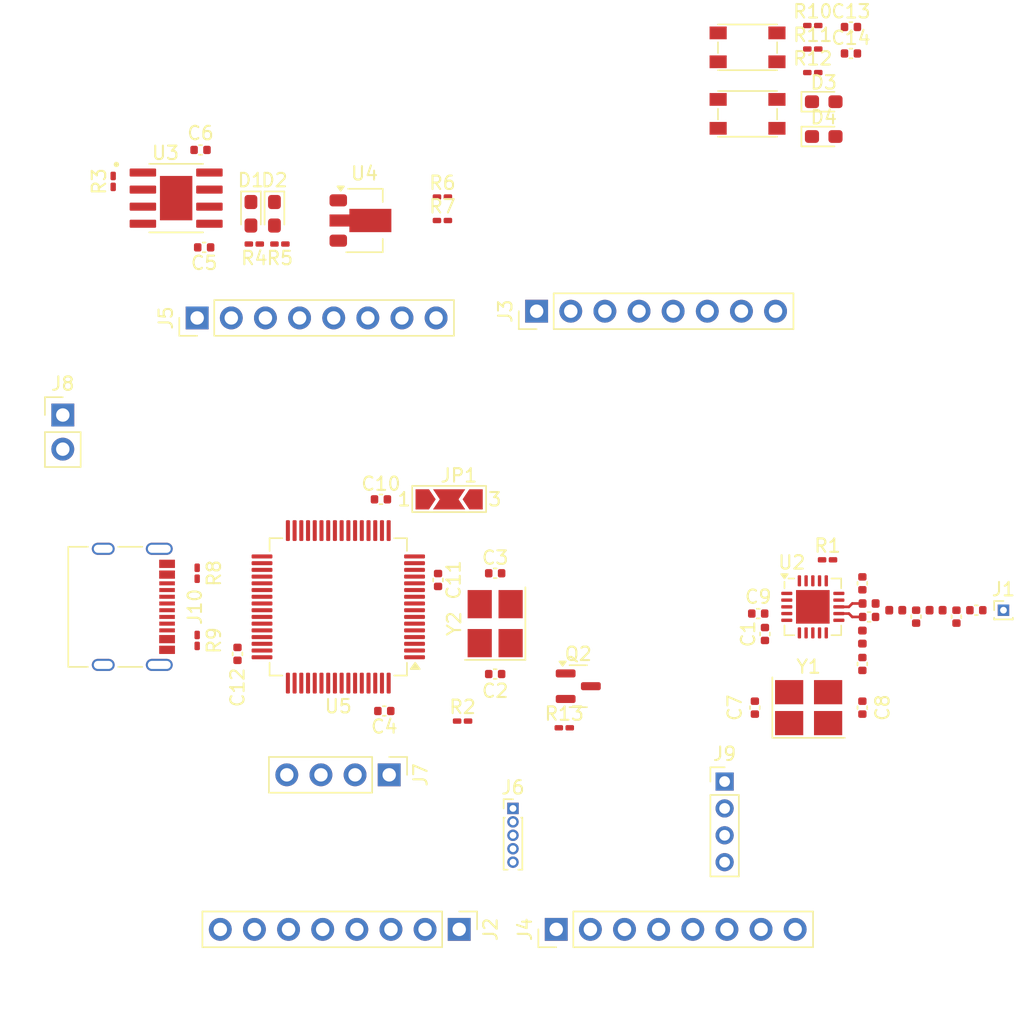
<source format=kicad_pcb>
(kicad_pcb (version 20240108) (generator "pcbnew") (generator_version "8.0")
  (layers (0 "F.Cu" signal) (31 "B.Cu" signal) (34 "B.Paste" user) (35 "F.Paste" user) (36 "B.SilkS" user "B.Silkscreen") (37 "F.SilkS" user "F.Silkscreen") (38 "B.Mask" user) (39 "F.Mask" user) (44 "Edge.Cuts" user))
  (net 0 "")
  (net 1 "Net-(U2-DCOUPL)")
  (net 2 "GND")
  (net 3 "Net-(U5-PH0)")
  (net 4 "Net-(U5-PH1)")
  (net 5 "VCC")
  (net 6 "/charger/BAT")
  (net 7 "/charger/Vcc")
  (net 8 "Net-(U2-XOSC_Q1)")
  (net 9 "Net-(U2-XOSC_Q2)")
  (net 10 "Net-(U2-RF_P)")
  (net 11 "Net-(C121-Pad2)")
  (net 12 "Net-(C122-Pad1)")
  (net 13 "Net-(C123-Pad1)")
  (net 14 "Net-(C124-Pad2)")
  (net 15 "Net-(J1-Pin_1)")
  (net 16 "Net-(U2-RF_N)")
  (net 17 "Net-(D1-A)")
  (net 18 "Net-(D1-K)")
  (net 19 "Net-(D2-K)")
  (net 20 "Net-(D2-A)")
  (net 21 "Net-(J2-Pin_8)")
  (net 22 "Net-(J2-Pin_7)")
  (net 23 "Net-(J2-Pin_1)")
  (net 24 "Net-(J2-Pin_6)")
  (net 25 "Net-(J2-Pin_2)")
  (net 26 "Net-(J2-Pin_5)")
  (net 27 "Net-(J2-Pin_4)")
  (net 28 "Net-(J2-Pin_3)")
  (net 29 "Net-(J3-Pin_3)")
  (net 30 "Net-(J3-Pin_6)")
  (net 31 "Net-(J3-Pin_1)")
  (net 32 "Net-(J3-Pin_5)")
  (net 33 "Net-(J3-Pin_4)")
  (net 34 "Net-(J3-Pin_2)")
  (net 35 "Net-(J4-Pin_7)")
  (net 36 "Net-(J4-Pin_3)")
  (net 37 "Net-(J4-Pin_8)")
  (net 38 "Net-(J4-Pin_5)")
  (net 41 "Net-(J4-Pin_4)")
  (net 42 "Net-(J4-Pin_6)")
  (net 43 "Net-(J5-Pin_6)")
  (net 44 "Net-(J5-Pin_8)")
  (net 45 "Net-(J5-Pin_5)")
  (net 46 "Net-(J5-Pin_1)")
  (net 47 "Net-(J5-Pin_7)")
  (net 48 "Net-(J5-Pin_4)")
  (net 49 "Net-(J5-Pin_2)")
  (net 50 "Net-(J5-Pin_3)")
  (net 51 "Net-(J6-Pin_5)")
  (net 52 "/RX2")
  (net 54 "/TX2")
  (net 57 "/USB_DP")
  (net 58 "Net-(J10-CC1)")
  (net 59 "/USB_DM")
  (net 62 "Net-(J10-CC2)")
  (net 63 "Net-(JP1-B)")
  (net 64 "/CS")
  (net 65 "Net-(U3-PROG)")
  (net 66 "/BAT_V")
  (net 67 "/GDO0")
  (net 68 "Net-(U5-BOOT0)")
  (net 69 "/USR_BTN")
  (net 70 "Net-(D3-A)")
  (net 71 "/SCK")
  (net 72 "/I2C1_SDA")
  (net 73 "/I2C1_SCL")
  (net 75 "/GDO2")
  (net 77 "Net-(D4-A)")
  (net 78 "/MOSI")
  (net 79 "/MISO")
  (net 82 "Net-(U2-RBIAS)")
  (net 83 "/SWCLK")
  (net 84 "/SWDIO")
  (net 85 "/LED1")
  (net 86 "/LED2")
  (net 87 "Net-(Q2-G)")
  (footprint "Capacitor_SMD:C_0402_1005Metric" (layer "F.Cu") (at 106.02 46.25 180)
    (property "Reference" "C5" (at 0 -1.16 0) (layer "F.SilkS"))
    (property "Value" "10nF")
    (pad "1" smd roundrect (at -0.48 0 180) (size 0.56 0.62) (layers "F.Cu" "F.Paste" "F.Mask") (net 6 "/charger/BAT"))
    (pad "2" smd roundrect (at 0.48 0 180) (size 0.56 0.62) (layers "F.Cu" "F.Paste" "F.Mask") (net 2 "GND"))
  )
  (footprint "Capacitor_SMD:C_0402_1005Metric" (layer "F.Cu") (at 105.75 39 180)
    (property "Reference" "C6" (at 0 1.25 0) (layer "F.SilkS"))
    (property "Value" "10nF")
    (pad "1" smd roundrect (at -0.48 0 180) (size 0.56 0.62) (layers "F.Cu" "F.Paste" "F.Mask") (net 7 "/charger/Vcc"))
    (pad "2" smd roundrect (at 0.48 0 180) (size 0.56 0.62) (layers "F.Cu" "F.Paste" "F.Mask") (net 2 "GND"))
  )
  (footprint "Capacitor_SMD:C_0402_1005Metric" (layer "F.Cu") (at 119.425 80.75 180)
    (property "Reference" "C4" (at 0 -1.16 0) (layer "F.SilkS"))
    (property "Value" "10nF")
    (pad "1" smd roundrect (at -0.48 0 180) (size 0.56 0.62) (layers "F.Cu" "F.Paste" "F.Mask") (net 5 "VCC"))
    (pad "2" smd roundrect (at 0.48 0 180) (size 0.56 0.62) (layers "F.Cu" "F.Paste" "F.Mask") (net 2 "GND"))
  )
  (footprint "Resistor_SMD:R_0201_0603Metric_Pad0.64x0.40mm_HandSolder" (layer "F.Cu") (at 125.25 81.5)
    (property "Reference" "R2" (at 0 -1.05 0) (layer "F.SilkS"))
    (property "Value" "220")
    (pad "1" smd roundrect (at -0.4075 0) (size 0.635 0.4) (layers "F.Cu" "F.Mask") (net 87 "Net-(Q2-G)"))
    (pad "2" smd roundrect (at 0.4075 0) (size 0.635 0.4) (layers "F.Cu" "F.Mask") (net 52 "/RX2"))
  )
  (footprint "Connector_PinHeader_2.00mm:PinHeader_1x04_P2.00mm_Vertical" (layer "F.Cu") (at 144.75 86)
    (property "Reference" "J9" (at 0 -2.06 0) (layer "F.SilkS"))
    (property "Value" "Conn_01x04_Pin")
    (pad "1" thru_hole rect (at 0 0) (size 1.35 1.35) (drill 0.8) (layers "*.Cu" "*.Mask") (net 51 "Net-(J6-Pin_5)"))
    (pad "2" thru_hole oval (at 0 2) (size 1.35 1.35) (drill 0.8) (layers "*.Cu" "*.Mask"))
    (pad "3" thru_hole oval (at 0 4) (size 1.35 1.35) (drill 0.8) (layers "*.Cu" "*.Mask"))
    (pad "4" thru_hole oval (at 0 6) (size 1.35 1.35) (drill 0.8) (layers "*.Cu" "*.Mask") (net 2 "GND"))
  )
  (footprint "LED_SMD:LED_0603_1608Metric_Pad1.05x0.95mm_HandSolder" (layer "F.Cu") (at 111.25 43.75 -90)
    (property "Reference" "D2" (at -2.5 0 0) (layer "F.SilkS"))
    (property "Value" "LED")
    (pad "1" smd roundrect (at -0.875 0 270) (size 1.05 0.95) (layers "F.Cu" "F.Paste" "F.Mask") (net 19 "Net-(D2-K)"))
    (pad "2" smd roundrect (at 0.875 0 270) (size 1.05 0.95) (layers "F.Cu" "F.Paste" "F.Mask") (net 20 "Net-(D2-A)"))
  )
  (footprint "Capacitor_SMD:C_0201_0603Metric_Pad0.64x0.40mm_HandSolder" (layer "F.Cu") (at 151.31 29.74)
    (property "Reference" "R10" (at 0 -1.05 0) (layer "F.SilkS"))
    (property "Value" "56k")
    (pad "1" smd roundrect (at -0.4075 0) (size 0.635 0.4) (layers "F.Cu" "F.Mask") (net 5 "VCC"))
    (pad "2" smd roundrect (at 0.4075 0) (size 0.635 0.4) (layers "F.Cu" "F.Mask") (net 69 "/USR_BTN"))
  )
  (footprint "LED_SMD:LED_0603_1608Metric_Pad1.05x0.95mm_HandSolder" (layer "F.Cu") (at 152.125 35.41)
    (property "Reference" "D3" (at 0 -1.43 0) (layer "F.SilkS"))
    (property "Value" "LED")
    (pad "1" smd roundrect (at -0.875 0) (size 1.05 0.95) (layers "F.Cu" "F.Paste" "F.Mask") (net 2 "GND"))
    (pad "2" smd roundrect (at 0.875 0) (size 1.05 0.95) (layers "F.Cu" "F.Paste" "F.Mask") (net 70 "Net-(D3-A)"))
  )
  (footprint "Capacitor_SMD:C_0402_1005Metric" (layer "F.Cu") (at 163.48 73.25)
    (property "Reference" "C125" (hide yes))
    (property "Value" "220pF")
    (pad "1" smd roundrect (at -0.48 0) (size 0.56 0.62) (layers "F.Cu" "F.Paste" "F.Mask") (net 13 "Net-(C123-Pad1)"))
    (pad "2" smd roundrect (at 0.48 0) (size 0.56 0.62) (layers "F.Cu" "F.Paste" "F.Mask") (net 15 "Net-(J1-Pin_1)"))
  )
  (footprint "Connector_PinHeader_2.54mm:PinHeader_1x04_P2.54mm_Vertical" (layer "F.Cu") (at 119.79 85.5 -90)
    (property "Reference" "J7" (at 0 -2.33 90) (layer "F.SilkS"))
    (property "Value" "Conn_01x04_Pin")
    (pad "1" thru_hole rect (at 0 0 270) (size 1.7 1.7) (drill 1) (layers "*.Cu" "*.Mask") (net 2 "GND"))
    (pad "2" thru_hole oval (at 0 2.54 270) (size 1.7 1.7) (drill 1) (layers "*.Cu" "*.Mask") (net 83 "/SWCLK"))
    (pad "3" thru_hole oval (at 0 5.08 270) (size 1.7 1.7) (drill 1) (layers "*.Cu" "*.Mask") (net 84 "/SWDIO"))
    (pad "4" thru_hole oval (at 0 7.62 270) (size 1.7 1.7) (drill 1) (layers "*.Cu" "*.Mask") (net 5 "VCC"))
  )
  (footprint "Capacitor_SMD:C_0402_1005Metric" (layer "F.Cu") (at 108.5 76.5 90)
    (property "Reference" "C12" (at -2.5 0 90) (layer "F.SilkS"))
    (property "Value" "10nF")
    (pad "1" smd roundrect (at -0.48 0 90) (size 0.56 0.62) (layers "F.Cu" "F.Paste" "F.Mask") (net 5 "VCC"))
    (pad "2" smd roundrect (at 0.48 0 90) (size 0.56 0.62) (layers "F.Cu" "F.Paste" "F.Mask") (net 2 "GND"))
  )
  (footprint "Connector_PinHeader_2.54mm:PinHeader_1x08_P2.54mm_Vertical" (layer "F.Cu") (at 105.5 51.5 90)
    (property "Reference" "J5" (at 0 -2.33 90) (layer "F.SilkS"))
    (property "Value" "Conn_01x08_Pin")
    (pad "1" thru_hole rect (at 0 0 90) (size 1.7 1.7) (drill 1) (layers "*.Cu" "*.Mask") (net 46 "Net-(J5-Pin_1)"))
    (pad "2" thru_hole oval (at 0 2.54 90) (size 1.7 1.7) (drill 1) (layers "*.Cu" "*.Mask") (net 49 "Net-(J5-Pin_2)"))
    (pad "3" thru_hole oval (at 0 5.08 90) (size 1.7 1.7) (drill 1) (layers "*.Cu" "*.Mask") (net 50 "Net-(J5-Pin_3)"))
    (pad "4" thru_hole oval (at 0 7.62 90) (size 1.7 1.7) (drill 1) (layers "*.Cu" "*.Mask") (net 48 "Net-(J5-Pin_4)"))
    (pad "5" thru_hole oval (at 0 10.16 90) (size 1.7 1.7) (drill 1) (layers "*.Cu" "*.Mask") (net 45 "Net-(J5-Pin_5)"))
    (pad "6" thru_hole oval (at 0 12.7 90) (size 1.7 1.7) (drill 1) (layers "*.Cu" "*.Mask") (net 43 "Net-(J5-Pin_6)"))
    (pad "7" thru_hole oval (at 0 15.24 90) (size 1.7 1.7) (drill 1) (layers "*.Cu" "*.Mask") (net 47 "Net-(J5-Pin_7)"))
    (pad "8" thru_hole oval (at 0 17.78 90) (size 1.7 1.7) (drill 1) (layers "*.Cu" "*.Mask") (net 44 "Net-(J5-Pin_8)"))
  )
  (footprint "custom:SOP127P600X175-9N" (layer "F.Cu") (at 103.935 42.585)
    (property "Reference" "U3" (at -0.795 -3.362 0) (layer "F.SilkS"))
    (property "Value" "TP4056")
    (pad "1" smd roundrect (at -2.475 -1.905) (size 1.97 0.6) (layers "F.Cu" "F.Paste" "F.Mask") (roundrect_rratio 0.125) (net 2 "GND"))
    (pad "2" smd roundrect (at -2.475 -0.635) (size 1.97 0.6) (layers "F.Cu" "F.Paste" "F.Mask") (roundrect_rratio 0.125) (net 65 "Net-(U3-PROG)"))
    (pad "3" smd roundrect (at -2.475 0.635) (size 1.97 0.6) (layers "F.Cu" "F.Paste" "F.Mask") (roundrect_rratio 0.125) (net 2 "GND"))
    (pad "4" smd roundrect (at -2.475 1.905) (size 1.97 0.6) (layers "F.Cu" "F.Paste" "F.Mask") (roundrect_rratio 0.125) (net 7 "/charger/Vcc"))
    (pad "5" smd roundrect (at 2.475 1.905) (size 1.97 0.6) (layers "F.Cu" "F.Paste" "F.Mask") (roundrect_rratio 0.125) (net 6 "/charger/BAT"))
    (pad "6" smd roundrect (at 2.475 0.635) (size 1.97 0.6) (layers "F.Cu" "F.Paste" "F.Mask") (roundrect_rratio 0.125) (net 18 "Net-(D1-K)"))
    (pad "7" smd roundrect (at 2.475 -0.635) (size 1.97 0.6) (layers "F.Cu" "F.Paste" "F.Mask") (roundrect_rratio 0.125) (net 19 "Net-(D2-K)"))
    (pad "8" smd roundrect (at 2.475 -1.905) (size 1.97 0.6) (layers "F.Cu" "F.Paste" "F.Mask") (roundrect_rratio 0.125) (net 7 "/charger/Vcc"))
    (pad "9" smd rect (at 0 0) (size 2.413 3.302) (layers "F.Cu" "F.Mask") (net 2 "GND"))
  )
  (footprint "Connector_PinHeader_1.00mm:PinHeader_1x05_P1.00mm_Vertical" (layer "F.Cu") (at 129 88)
    (property "Reference" "J6" (at 0 -1.56 0) (layer "F.SilkS"))
    (property "Value" "Conn_01x05_Pin")
    (pad "1" thru_hole rect (at 0 0) (size 0.85 0.85) (drill 0.5) (layers "*.Cu" "*.Mask"))
    (pad "2" thru_hole oval (at 0 1) (size 0.85 0.85) (drill 0.5) (layers "*.Cu" "*.Mask") (net 52 "/RX2"))
    (pad "3" thru_hole oval (at 0 2) (size 0.85 0.85) (drill 0.5) (layers "*.Cu" "*.Mask") (net 54 "/TX2"))
    (pad "4" thru_hole oval (at 0 3) (size 0.85 0.85) (drill 0.5) (layers "*.Cu" "*.Mask") (net 2 "GND"))
    (pad "5" thru_hole oval (at 0 4) (size 0.85 0.85) (drill 0.5) (layers "*.Cu" "*.Mask") (net 51 "Net-(J6-Pin_5)"))
  )
  (footprint "LED_SMD:LED_0603_1608Metric_Pad1.05x0.95mm_HandSolder" (layer "F.Cu") (at 109.5 43.75 -90)
    (property "Reference" "D1" (at -2.5 0 0) (layer "F.SilkS"))
    (property "Value" "LED")
    (pad "1" smd roundrect (at -0.875 0 270) (size 1.05 0.95) (layers "F.Cu" "F.Paste" "F.Mask") (net 18 "Net-(D1-K)"))
    (pad "2" smd roundrect (at 0.875 0 270) (size 1.05 0.95) (layers "F.Cu" "F.Paste" "F.Mask") (net 17 "Net-(D1-A)"))
  )
  (footprint "Capacitor_SMD:C_0402_1005Metric" (layer "F.Cu") (at 127.675 70.5)
    (property "Reference" "C3" (at 0 -1.16 0) (layer "F.SilkS"))
    (property "Value" "32pF")
    (pad "1" smd roundrect (at -0.48 0) (size 0.56 0.62) (layers "F.Cu" "F.Paste" "F.Mask") (net 4 "Net-(U5-PH1)"))
    (pad "2" smd roundrect (at 0.48 0) (size 0.56 0.62) (layers "F.Cu" "F.Paste" "F.Mask") (net 2 "GND"))
  )
  (footprint "Capacitor_SMD:C_0402_1005Metric" (layer "F.Cu") (at 155 71.25 90)
    (property "Reference" "C131" (hide yes))
    (property "Value" "3.9pF")
    (pad "1" smd roundrect (at -0.48 0 90) (size 0.56 0.62) (layers "F.Cu" "F.Paste" "F.Mask") (net 16 "Net-(U2-RF_N)"))
    (pad "2" smd roundrect (at 0.48 0 90) (size 0.56 0.62) (layers "F.Cu" "F.Paste" "F.Mask") (net 2 "GND"))
  )
  (footprint "Package_TO_SOT_SMD:SOT-23" (layer "F.Cu") (at 133.8575 78.905)
    (property "Reference" "Q2" (at 0 -2.4 0) (layer "F.SilkS"))
    (property "Value" "AO3401A")
    (pad "1" smd roundrect (at -0.9375 -0.95) (size 1.475 0.6) (layers "F.Cu" "F.Paste" "F.Mask") (net 87 "Net-(Q2-G)"))
    (pad "2" smd roundrect (at -0.9375 0.95) (size 1.475 0.6) (layers "F.Cu" "F.Paste" "F.Mask") (net 5 "VCC"))
    (pad "3" smd roundrect (at 0.9375 0) (size 1.475 0.6) (layers "F.Cu" "F.Paste" "F.Mask") (net 51 "Net-(J6-Pin_5)"))
  )
  (footprint "Inductor_SMD:L_0402_1005Metric" (layer "F.Cu") (at 157.485 73.25)
    (property "Reference" "L122" (hide yes))
    (property "Value" "22nH")
    (pad "1" smd roundrect (at -0.485 0) (size 0.59 0.64) (layers "F.Cu" "F.Paste" "F.Mask") (net 11 "Net-(C121-Pad2)"))
    (pad "2" smd roundrect (at 0.485 0) (size 0.59 0.64) (layers "F.Cu" "F.Paste" "F.Mask") (net 12 "Net-(C122-Pad1)"))
  )
  (footprint "Resistor_SMD:R_0201_0603Metric_Pad0.64x0.40mm_HandSolder" (layer "F.Cu") (at 123.75 44.25)
    (property "Reference" "R7" (at 0 -1.05 0) (layer "F.SilkS"))
    (property "Value" "10k")
    (pad "1" smd roundrect (at -0.4075 0) (size 0.635 0.4) (layers "F.Cu" "F.Mask") (net 66 "/BAT_V"))
    (pad "2" smd roundrect (at 0.4075 0) (size 0.635 0.4) (layers "F.Cu" "F.Mask") (net 2 "GND"))
  )
  (footprint "Resistor_SMD:R_0201_0603Metric_Pad0.64x0.40mm_HandSolder" (layer "F.Cu") (at 105.5 75.5 -90)
    (property "Reference" "R9" (at 0 -1.25 90) (layer "F.SilkS"))
    (property "Value" "5.1k")
    (pad "1" smd roundrect (at -0.4075 0 270) (size 0.635 0.4) (layers "F.Cu" "F.Mask") (net 62 "Net-(J10-CC2)"))
    (pad "2" smd roundrect (at 0.4075 0 270) (size 0.635 0.4) (layers "F.Cu" "F.Mask") (net 2 "GND"))
  )
  (footprint "Capacitor_SMD:C_0402_1005Metric" (layer "F.Cu") (at 119.175 65)
    (property "Reference" "C10" (at 0 -1.16 0) (layer "F.SilkS"))
    (property "Value" "10nF")
    (pad "1" smd roundrect (at -0.48 0) (size 0.56 0.62) (layers "F.Cu" "F.Paste" "F.Mask") (net 5 "VCC"))
    (pad "2" smd roundrect (at 0.48 0) (size 0.56 0.62) (layers "F.Cu" "F.Paste" "F.Mask") (net 2 "GND"))
  )
  (footprint "Connector_PinHeader_2.54mm:PinHeader_1x08_P2.54mm_Vertical" (layer "F.Cu") (at 132.22 97 90)
    (property "Reference" "J4" (at 0 -2.33 90) (layer "F.SilkS"))
    (property "Value" "Conn_01x08_Pin")
    (pad "1" thru_hole rect (at 0 0 90) (size 1.7 1.7) (drill 1) (layers "*.Cu" "*.Mask"))
    (pad "2" thru_hole oval (at 0 2.54 90) (size 1.7 1.7) (drill 1) (layers "*.Cu" "*.Mask"))
    (pad "3" thru_hole oval (at 0 5.08 90) (size 1.7 1.7) (drill 1) (layers "*.Cu" "*.Mask") (net 36 "Net-(J4-Pin_3)"))
    (pad "4" thru_hole oval (at 0 7.62 90) (size 1.7 1.7) (drill 1) (layers "*.Cu" "*.Mask") (net 41 "Net-(J4-Pin_4)"))
    (pad "5" thru_hole oval (at 0 10.16 90) (size 1.7 1.7) (drill 1) (layers "*.Cu" "*.Mask") (net 38 "Net-(J4-Pin_5)"))
    (pad "6" thru_hole oval (at 0 12.7 90) (size 1.7 1.7) (drill 1) (layers "*.Cu" "*.Mask") (net 42 "Net-(J4-Pin_6)"))
    (pad "7" thru_hole oval (at 0 15.24 90) (size 1.7 1.7) (drill 1) (layers "*.Cu" "*.Mask") (net 35 "Net-(J4-Pin_7)"))
    (pad "8" thru_hole oval (at 0 17.78 90) (size 1.7 1.7) (drill 1) (layers "*.Cu" "*.Mask") (net 37 "Net-(J4-Pin_8)"))
  )
  (footprint "Capacitor_SMD:C_0402_1005Metric" (layer "F.Cu") (at 147.75 75.02 -90)
    (property "Reference" "C1" (at 0 1.25 90) (layer "F.SilkS"))
    (property "Value" "10nF")
    (pad "1" smd roundrect (at -0.48 0 270) (size 0.56 0.62) (layers "F.Cu" "F.Paste" "F.Mask") (net 1 "Net-(U2-DCOUPL)"))
    (pad "2" smd roundrect (at 0.48 0 270) (size 0.56 0.62) (layers "F.Cu" "F.Paste" "F.Mask") (net 2 "GND"))
  )
  (footprint "Resistor_SMD:R_0201_0603Metric_Pad0.64x0.40mm_HandSolder" (layer "F.Cu") (at 151.31 33.24)
    (property "Reference" "R12" (at 0 -1.05 0) (layer "F.SilkS"))
    (property "Value" "220")
    (pad "1" smd roundrect (at -0.4075 0) (size 0.635 0.4) (layers "F.Cu" "F.Mask") (net 86 "/LED2"))
    (pad "2" smd roundrect (at 0.4075 0) (size 0.635 0.4) (layers "F.Cu" "F.Mask") (net 77 "Net-(D4-A)"))
  )
  (footprint "Resistor_SMD:R_0201_0603Metric_Pad0.64x0.40mm_HandSolder" (layer "F.Cu") (at 111.6575 46 180)
    (property "Reference" "R5" (at 0 -1.05 0) (layer "F.SilkS"))
    (property "Value" "220")
    (pad "1" smd roundrect (at -0.4075 0 180) (size 0.635 0.4) (layers "F.Cu" "F.Mask") (net 7 "/charger/Vcc"))
    (pad "2" smd roundrect (at 0.4075 0 180) (size 0.635 0.4) (layers "F.Cu" "F.Mask") (net 20 "Net-(D2-A)"))
  )
  (footprint "Inductor_SMD:L_0402_1005Metric" (layer "F.Cu") (at 160.485 73.25)
    (property "Reference" "L123" (hide yes))
    (property "Value" "27nH")
    (pad "1" smd roundrect (at -0.485 0) (size 0.59 0.64) (layers "F.Cu" "F.Paste" "F.Mask") (net 12 "Net-(C122-Pad1)"))
    (pad "2" smd roundrect (at 0.485 0) (size 0.59 0.64) (layers "F.Cu" "F.Paste" "F.Mask") (net 13 "Net-(C123-Pad1)"))
  )
  (footprint "Resistor_SMD:R_0201_0603Metric_Pad0.64x0.40mm_HandSolder" (layer "F.Cu") (at 132.8175 82)
    (property "Reference" "R13" (at 0 -1.05 0) (layer "F.SilkS"))
    (property "Value" "1k")
    (pad "1" smd roundrect (at -0.4075 0) (size 0.635 0.4) (layers "F.Cu" "F.Mask") (net 87 "Net-(Q2-G)"))
    (pad "2" smd roundrect (at 0.4075 0) (size 0.635 0.4) (layers "F.Cu" "F.Mask") (net 5 "VCC"))
  )
  (footprint "Resistor_SMD:R_0201_0603Metric_Pad0.64x0.40mm_HandSolder" (layer "F.Cu") (at 109.75 46 180)
    (property "Reference" "R4" (at 0 -1.05 0) (layer "F.SilkS"))
    (property "Value" "220")
    (pad "1" smd roundrect (at -0.4075 0 180) (size 0.635 0.4) (layers "F.Cu" "F.Mask") (net 7 "/charger/Vcc"))
    (pad "2" smd roundrect (at 0.4075 0 180) (size 0.635 0.4) (layers "F.Cu" "F.Mask") (net 17 "Net-(D1-A)"))
  )
  (footprint "Capacitor_SMD:C_0402_1005Metric" (layer "F.Cu") (at 159 73.73 -90)
    (property "Reference" "C122" (hide yes))
    (property "Value" "8.2pF")
    (pad "1" smd roundrect (at -0.48 0 270) (size 0.56 0.62) (layers "F.Cu" "F.Paste" "F.Mask") (net 12 "Net-(C122-Pad1)"))
    (pad "2" smd roundrect (at 0.48 0 270) (size 0.56 0.62) (layers "F.Cu" "F.Paste" "F.Mask") (net 2 "GND"))
  )
  (footprint "Capacitor_SMD:C_0402_1005Metric" (layer "F.Cu") (at 147.25 73.5 180)
    (property "Reference" "C9" (at 0 1.25 0) (layer "F.SilkS"))
    (property "Value" "10nF")
    (pad "1" smd roundrect (at -0.48 0 180) (size 0.56 0.62) (layers "F.Cu" "F.Paste" "F.Mask") (net 5 "VCC"))
    (pad "2" smd roundrect (at 0.48 0 180) (size 0.56 0.62) (layers "F.Cu" "F.Paste" "F.Mask") (net 2 "GND"))
  )
  (footprint "Capacitor_SMD:C_0402_1005Metric" (layer "F.Cu") (at 147 80.5 -90)
    (property "Reference" "C7" (at 0 1.5 90) (layer "F.SilkS"))
    (property "Value" "32pF")
    (pad "1" smd roundrect (at -0.48 0 270) (size 0.56 0.62) (layers "F.Cu" "F.Paste" "F.Mask") (net 2 "GND"))
    (pad "2" smd roundrect (at 0.48 0 270) (size 0.56 0.62) (layers "F.Cu" "F.Paste" "F.Mask") (net 8 "Net-(U2-XOSC_Q1)"))
  )
  (footprint "Package_TO_SOT_SMD:SOT-89-3" (layer "F.Cu") (at 117.95 44.25)
    (property "Reference" "U4" (at 0 -3.5 0) (layer "F.SilkS"))
    (property "Value" "AP2127R-3.3")
    (pad "1" smd roundrect (at -1.95 -1.5) (size 1.3 0.9) (layers "F.Cu" "F.Paste" "F.Mask") (net 2 "GND"))
    (pad "2" smd custom (at -1.8625 0) (size 1.475 0.9) (layers "F.Cu" "F.Paste" "F.Mask") (net 6 "/charger/BAT") (options (clearance outline) (anchor rect)) (primitives (gr_poly (pts (xy 3.8625 0.8665) (xy 0.7375 0.8665) (xy 0.7375 -0.8665) (xy 3.8625 -0.8665)) (width 0) (fill yes))))
    (pad "3" smd roundrect (at -1.95 1.5) (size 1.3 0.9) (layers "F.Cu" "F.Paste" "F.Mask") (net 5 "VCC"))
  )
  (footprint "custom:SW_5.6_3.1" (layer "F.Cu") (at 146.38 36.34)
    (property "Reference" "SW2" (hide yes))
    (property "Value" "SW_Push" (hide yes))
    (pad "1" smd rect (at -2.1125 -1.1) (size 1.275 0.95) (layers "F.Cu" "F.Paste" "F.Mask") (net 2 "GND"))
    (pad "1" smd rect (at 2.2625 -1.1) (size 1.275 0.95) (layers "F.Cu" "F.Paste" "F.Mask") (net 2 "GND"))
    (pad "2" smd rect (at -2.1125 1.05) (size 1.275 0.95) (layers "F.Cu" "F.Paste" "F.Mask") (net 69 "/USR_BTN"))
    (pad "2" smd rect (at 2.2625 1.05) (size 1.275 0.95) (layers "F.Cu" "F.Paste" "F.Mask") (net 69 "/USR_BTN"))
  )
  (footprint "Inductor_SMD:L_0402_1005Metric" (layer "F.Cu") (at 155.5 72.75)
    (property "Reference" "L131" (hide yes))
    (property "Value" "27nH")
    (pad "1" smd roundrect (at -0.485 0) (size 0.59 0.64) (layers "F.Cu" "F.Paste" "F.Mask") (net 16 "Net-(U2-RF_N)"))
    (pad "2" smd roundrect (at 0.485 0) (size 0.59 0.64) (layers "F.Cu" "F.Paste" "F.Mask") (net 11 "Net-(C121-Pad2)"))
  )
  (footprint "Crystal:Crystal_SMD_3225-4Pin_3.2x2.5mm_HandSoldering" (layer "F.Cu") (at 151 80.5)
    (property "Reference" "Y1" (at 0 -3.05 0) (layer "F.SilkS"))
    (property "Value" "XTM32027000QT00351001")
    (pad "1" smd rect (at -1.45 1.15) (size 2.1 1.8) (layers "F.Cu" "F.Paste" "F.Mask") (net 8 "Net-(U2-XOSC_Q1)"))
    (pad "2" smd rect (at 1.45 1.15) (size 2.1 1.8) (layers "F.Cu" "F.Paste" "F.Mask") (net 2 "GND"))
    (pad "3" smd rect (at 1.45 -1.15) (size 2.1 1.8) (layers "F.Cu" "F.Paste" "F.Mask") (net 9 "Net-(U2-XOSC_Q2)"))
    (pad "4" smd rect (at -1.45 -1.15) (size 2.1 1.8) (layers "F.Cu" "F.Paste" "F.Mask") (net 2 "GND"))
  )
  (footprint "Resistor_SMD:R_0201_0603Metric_Pad0.64x0.40mm_HandSolder" (layer "F.Cu") (at 105.5 70.5 90)
    (property "Reference" "R8" (at 0 1.25 90) (layer "F.SilkS"))
    (property "Value" "5.1k")
    (pad "1" smd roundrect (at -0.4075 0 90) (size 0.635 0.4) (layers "F.Cu" "F.Mask") (net 58 "Net-(J10-CC1)"))
    (pad "2" smd roundrect (at 0.4075 0 90) (size 0.635 0.4) (layers "F.Cu" "F.Mask") (net 2 "GND"))
  )
  (footprint "Connector_PinHeader_2.54mm:PinHeader_1x02_P2.54mm_Vertical" (layer "F.Cu") (at 95.5 58.725)
    (property "Reference" "J8" (at 0 -2.33 0) (layer "F.SilkS"))
    (property "Value" "Conn_01x02")
    (pad "1" thru_hole rect (at 0 0) (size 1.7 1.7) (drill 1) (layers "*.Cu" "*.Mask") (net 6 "/charger/BAT"))
    (pad "2" thru_hole oval (at 0 2.54) (size 1.7 1.7) (drill 1) (layers "*.Cu" "*.Mask") (net 2 "GND"))
  )
  (footprint "Capacitor_SMD:C_0402_1005Metric" (layer "F.Cu") (at 155.5 73.75)
    (property "Reference" "C121" (hide yes))
    (property "Value" "3.9pF")
    (pad "1" smd roundrect (at -0.48 0) (size 0.56 0.62) (layers "F.Cu" "F.Paste" "F.Mask") (net 10 "Net-(U2-RF_P)"))
    (pad "2" smd roundrect (at 0.48 0) (size 0.56 0.62) (layers "F.Cu" "F.Paste" "F.Mask") (net 11 "Net-(C121-Pad2)"))
  )
  (footprint "Capacitor_SMD:C_0402_1005Metric" (layer "F.Cu") (at 154.15 31.82)
    (property "Reference" "C14" (at 0 -1.16 0) (layer "F.SilkS"))
    (property "Value" "0.1uf")
    (pad "1" smd roundrect (at -0.48 0) (size 0.56 0.62) (layers "F.Cu" "F.Paste" "F.Mask") (net 69 "/USR_BTN"))
    (pad "2" smd roundrect (at 0.48 0) (size 0.56 0.62) (layers "F.Cu" "F.Paste" "F.Mask") (net 2 "GND"))
  )
  (footprint "Resistor_SMD:R_0201_0603Metric_Pad0.64x0.40mm_HandSolder" (layer "F.Cu") (at 99.25 41.3425 90)
    (property "Reference" "R3" (at 0 -1.05 90) (layer "F.SilkS"))
    (property "Value" "10k")
    (pad "1" smd roundrect (at -0.4075 0 90) (size 0.635 0.4) (layers "F.Cu" "F.Mask") (net 65 "Net-(U3-PROG)"))
    (pad "2" smd roundrect (at 0.4075 0 90) (size 0.635 0.4) (layers "F.Cu" "F.Mask") (net 2 "GND"))
  )
  (footprint "Inductor_SMD:L_0402_1005Metric" (layer "F.Cu") (at 155 75.25 -90)
    (property "Reference" "L121" (hide yes))
    (property "Value" "27nH")
    (pad "1" smd roundrect (at -0.485 0 270) (size 0.59 0.64) (layers "F.Cu" "F.Paste" "F.Mask") (net 10 "Net-(U2-RF_P)"))
    (pad "2" smd roundrect (at 0.485 0 270) (size 0.59 0.64) (layers "F.Cu" "F.Paste" "F.Mask") (net 14 "Net-(C124-Pad2)"))
  )
  (footprint "Capacitor_SMD:C_0402_1005Metric" (layer "F.Cu") (at 127.675 78)
    (property "Reference" "C2" (at 0 1.25 0) (layer "F.SilkS"))
    (property "Value" "32pF")
    (pad "1" smd roundrect (at -0.48 0) (size 0.56 0.62) (layers "F.Cu" "F.Paste" "F.Mask") (net 2 "GND"))
    (pad "2" smd roundrect (at 0.48 0) (size 0.56 0.62) (layers "F.Cu" "F.Paste" "F.Mask") (net 3 "Net-(U5-PH0)"))
  )
  (footprint "Connector_USB:USB_C_Receptacle_Palconn_UTC16-G" (layer "F.Cu") (at 100.75 73 -90)
    (property "Reference" "J10" (at 0 -4.58 90) (layer "F.SilkS"))
    (property "Value" "USB_C_Receptacle_USB2.0_16P")
    (pad "" np_thru_hole circle (at -2.89 -1.45 90) (size 0.6 0.6) (drill 0.6) (layers "*.Cu" "*.Mask"))
    (pad "" np_thru_hole circle (at 2.89 -1.45 90) (size 0.6 0.6) (drill 0.6) (layers "*.Cu" "*.Mask"))
    (pad "A1" smd rect (at -3.2 -2.51 270) (size 0.6 1.16) (layers "F.Cu" "F.Paste" "F.Mask") (net 2 "GND"))
    (pad "A4" smd rect (at -2.4 -2.51 270) (size 0.6 1.16) (layers "F.Cu" "F.Paste" "F.Mask") (net 7 "/charger/Vcc"))
    (pad "A5" smd rect (at -1.25 -2.51 90) (size 0.3 1.16) (layers "F.Cu" "F.Paste" "F.Mask") (net 58 "Net-(J10-CC1)"))
    (pad "A6" smd rect (at -0.25 -2.51 90) (size 0.3 1.16) (layers "F.Cu" "F.Paste" "F.Mask") (net 57 "/USB_DP"))
    (pad "A7" smd rect (at 0.25 -2.51 90) (size 0.3 1.16) (layers "F.Cu" "F.Paste" "F.Mask") (net 59 "/USB_DM"))
    (pad "A8" smd rect (at 1.25 -2.51 90) (size 0.3 1.16) (layers "F.Cu" "F.Paste" "F.Mask"))
    (pad "A9" smd rect (at 2.4 -2.51 270) (size 0.6 1.16) (layers "F.Cu" "F.Paste" "F.Mask") (net 7 "/charger/Vcc"))
    (pad "A12" smd rect (at 3.2 -2.51 270) (size 0.6 1.16) (layers "F.Cu" "F.Paste" "F.Mask") (net 2 "GND"))
    (pad "B1" smd rect (at 3.2 -2.51 270) (size 0.6 1.16) (layers "F.Cu" "F.Paste" "F.Mask") (net 2 "GND"))
    (pad "B4" smd rect (at 2.4 -2.51 270) (size 0.6 1.16) (layers "F.Cu" "F.Paste" "F.Mask") (net 7 "/charger/Vcc"))
    (pad "B5" smd rect (at 1.75 -2.51 90) (size 0.3 1.16) (layers "F.Cu" "F.Paste" "F.Mask") (net 62 "Net-(J10-CC2)"))
    (pad "B6" smd rect (at 0.75 -2.51 90) (size 0.3 1.16) (layers "F.Cu" "F.Paste" "F.Mask") (net 57 "/USB_DP"))
    (pad "B7" smd rect (at -0.75 -2.51 90) (size 0.3 1.16) (layers "F.Cu" "F.Paste" "F.Mask") (net 59 "/USB_DM"))
    (pad "B8" smd rect (at -1.75 -2.51 90) (size 0.3 1.16) (layers "F.Cu" "F.Paste" "F.Mask"))
    (pad "B9" smd rect (at -2.4 -2.51 270) (size 0.6 1.16) (layers "F.Cu" "F.Paste" "F.Mask") (net 7 "/charger/Vcc"))
    (pad "B12" smd rect (at -3.2 -2.51 270) (size 0.6 1.16) (layers "F.Cu" "F.Paste" "F.Mask") (net 2 "GND"))
    (pad "S1" thru_hole oval (at -4.32 -1.93) (size 2 0.9) (drill oval 1.7 0.6) (property pad_prop_heatsink) (layers "*.Cu" "*.Mask") (net 2 "GND"))
    (pad "S1" thru_hole oval (at -4.32 2.24) (size 1.7 0.9) (drill oval 1.4 0.6) (property pad_prop_heatsink) (layers "*.Cu" "*.Mask") (net 2 "GND"))
    (pad "S1" thru_hole oval (at 4.32 -1.93) (size 2 0.9) (drill oval 1.7 0.6) (property pad_prop_heatsink) (layers "*.Cu" "*.Mask") (net 2 "GND"))
    (pad "S1" thru_hole oval (at 4.32 2.24) (size 1.7 0.9) (drill oval 1.4 0.6) (property pad_prop_heatsink) (layers "*.Cu" "*.Mask") (net 2 "GND"))
  )
  (footprint "Connector_PinHeader_2.54mm:PinHeader_1x08_P2.54mm_Vertical" (layer "F.Cu") (at 130.76 51 90)
    (property "Reference" "J3" (at 0 -2.33 90) (layer "F.SilkS"))
    (property "Value" "Conn_01x08_Pin")
    (pad "1" thru_hole rect (at 0 0 90) (size 1.7 1.7) (drill 1) (layers "*.Cu" "*.Mask") (net 31 "Net-(J3-Pin_1)"))
    (pad "2" thru_hole oval (at 0 2.54 90) (size 1.7 1.7) (drill 1) (layers "*.Cu" "*.Mask") (net 34 "Net-(J3-Pin_2)"))
    (pad "3" thru_hole oval (at 0 5.08 90) (size 1.7 1.7) (drill 1) (layers "*.Cu" "*.Mask") (net 29 "Net-(J3-Pin_3)"))
    (pad "4" thru_hole oval (at 0 7.62 90) (size 1.7 1.7) (drill 1) (layers "*.Cu" "*.Mask") (net 33 "Net-(J3-Pin_4)"))
    (pad "5" thru_hole oval (at 0 10.16 90) (size 1.7 1.7) (drill 1) (layers "*.Cu" "*.Mask") (net 32 "Net-(J3-Pin_5)"))
    (pad "6" thru_hole oval (at 0 12.7 90) (size 1.7 1.7) (drill 1) (layers "*.Cu" "*.Mask") (net 30 "Net-(J3-Pin_6)"))
    (pad "7" thru_hole oval (at 0 15.24 90) (size 1.7 1.7) (drill 1) (layers "*.Cu" "*.Mask") (net 5 "VCC"))
    (pad "8" thru_hole oval (at 0 17.78 90) (size 1.7 1.7) (drill 1) (layers "*.Cu" "*.Mask") (net 2 "GND"))
  )
  (footprint "custom:SW_5.6_3.1" (layer "F.Cu") (at 146.38 31.39)
    (property "Reference" "SW1" (hide yes))
    (property "Value" "SW_Push" (hide yes))
    (pad "1" smd rect (at -2.1125 -1.1) (size 1.275 0.95) (layers "F.Cu" "F.Paste" "F.Mask") (net 2 "GND"))
    (pad "1" smd rect (at 2.2625 -1.1) (size 1.275 0.95) (layers "F.Cu" "F.Paste" "F.Mask") (net 2 "GND"))
    (pad "2" smd rect (at -2.1125 1.05) (size 1.275 0.95) (layers "F.Cu" "F.Paste" "F.Mask") (net 68 "Net-(U5-BOOT0)"))
    (pad "2" smd rect (at 2.2625 1.05) (size 1.275 0.95) (layers "F.Cu" "F.Paste" "F.Mask") (net 68 "Net-(U5-BOOT0)"))
  )
  (footprint "Connector_PinHeader_1.00mm:PinHeader_1x01_P1.00mm_Vertical" (layer "F.Cu") (at 165.5 73.25)
    (property "Reference" "J1" (at 0 -1.56 0) (layer "F.SilkS"))
    (property "Value" "Ant.")
    (pad "1" thru_hole rect (at 0 0) (size 0.85 0.85) (drill 0.5) (layers "*.Cu" "*.Mask") (net 15 "Net-(J1-Pin_1)"))
  )
  (footprint "Capacitor_SMD:C_0402_1005Metric" (layer "F.Cu") (at 154.15 29.85)
    (property "Reference" "C13" (at 0 -1.16 0) (layer "F.SilkS"))
    (property "Value" "0.1uf")
    (pad "1" smd roundrect (at -0.48 0) (size 0.56 0.62) (layers "F.Cu" "F.Paste" "F.Mask") (net 68 "Net-(U5-BOOT0)"))
    (pad "2" smd roundrect (at 0.48 0) (size 0.56 0.62) (layers "F.Cu" "F.Paste" "F.Mask") (net 2 "GND"))
  )
  (footprint "Package_QFP:LQFP-64_10x10mm_P0.5mm" (layer "F.Cu") (at 116 73 180)
    (property "Reference" "U5" (at 0 -7.4 0) (layer "F.SilkS"))
    (property "Value" "STM32L053R8Tx")
    (pad "1" smd roundrect (at -5.675 -3.75 180) (size 1.55 0.3) (layers "F.Cu" "F.Paste" "F.Mask") (net 5 "VCC"))
    (pad "2" smd roundrect (at -5.675 -3.25 180) (size 1.55 0.3) (layers "F.Cu" "F.Paste" "F.Mask") (net 30 "Net-(J3-Pin_6)"))
    (pad "3" smd roundrect (at -5.675 -2.75 180) (size 1.55 0.3) (layers "F.Cu" "F.Paste" "F.Mask") (net 67 "/GDO0"))
    (pad "4" smd roundrect (at -5.675 -2.25 180) (size 1.55 0.3) (layers "F.Cu" "F.Paste" "F.Mask") (net 75 "/GDO2"))
    (pad "5" smd roundrect (at -5.675 -1.75 180) (size 1.55 0.3) (layers "F.Cu" "F.Paste" "F.Mask") (net 3 "Net-(U5-PH0)"))
    (pad "6" smd roundrect (at -5.675 -1.25 180) (size 1.55 0.3) (layers "F.Cu" "F.Paste" "F.Mask") (net 4 "Net-(U5-PH1)"))
    (pad "7" smd roundrect (at -5.675 -0.75 180) (size 1.55 0.3) (layers "F.Cu" "F.Paste" "F.Mask"))
    (pad "8" smd roundrect (at -5.675 -0.25 180) (size 1.55 0.3) (layers "F.Cu" "F.Paste" "F.Mask") (net 23 "Net-(J2-Pin_1)"))
    (pad "9" smd roundrect (at -5.675 0.25 180) (size 1.55 0.3) (layers "F.Cu" "F.Paste" "F.Mask") (net 25 "Net-(J2-Pin_2)"))
    (pad "10" smd roundrect (at -5.675 0.75 180) (size 1.55 0.3) (layers "F.Cu" "F.Paste" "F.Mask") (net 28 "Net-(J2-Pin_3)"))
    (pad "11" smd roundrect (at -5.675 1.25 180) (size 1.55 0.3) (layers "F.Cu" "F.Paste" "F.Mask") (net 27 "Net-(J2-Pin_4)"))
    (pad "12" smd roundrect (at -5.675 1.75 180) (size 1.55 0.3) (layers "F.Cu" "F.Paste" "F.Mask") (net 2 "GND"))
    (pad "13" smd roundrect (at -5.675 2.25 180) (size 1.55 0.3) (layers "F.Cu" "F.Paste" "F.Mask") (net 5 "VCC"))
    (pad "14" smd roundrect (at -5.675 2.75 180) (size 1.55 0.3) (layers "F.Cu" "F.Paste" "F.Mask") (net 66 "/BAT_V"))
    (pad "15" smd roundrect (at -5.675 3.25 180) (size 1.55 0.3) (layers "F.Cu" "F.Paste" "F.Mask") (net 86 "/LED2"))
    (pad "16" smd roundrect (at -5.675 3.75 180) (size 1.55 0.3) (layers "F.Cu" "F.Paste" "F.Mask") (net 54 "/TX2"))
    (pad "17" smd roundrect (at -3.75 5.675 180) (size 0.3 1.55) (layers "F.Cu" "F.Paste" "F.Mask") (net 52 "/RX2"))
    (pad "18" smd roundrect (at -3.25 5.675 180) (size 0.3 1.55) (layers "F.Cu" "F.Paste" "F.Mask") (net 2 "GND"))
    (pad "19" smd roundrect (at -2.75 5.675 180) (size 0.3 1.55) (layers "F.Cu" "F.Paste" "F.Mask") (net 5 "VCC"))
    (pad "20" smd roundrect (at -2.25 5.675 180) (size 0.3 1.55) (layers "F.Cu" "F.Paste" "F.Mask") (net 63 "Net-(JP1-B)"))
    (pad "21" smd roundrect (at -1.75 5.675 180) (size 0.3 1.55) (layers "F.Cu" "F.Paste" "F.Mask") (net 71 "/SCK"))
    (pad "22" smd roundrect (at -1.25 5.675 180) (size 0.3 1.55) (layers "F.Cu" "F.Paste" "F.Mask") (net 79 "/MISO"))
    (pad "23" smd roundrect (at -0.75 5.675 180) (size 0.3 1.55) (layers "F.Cu" "F.Paste" "F.Mask") (net 78 "/MOSI"))
    (pad "24" smd roundrect (at -0.25 5.675 180) (size 0.3 1.55) (layers "F.Cu" "F.Paste" "F.Mask") (net 26 "Net-(J2-Pin_5)"))
    (pad "25" smd roundrect (at 0.25 5.675 180) (size 0.3 1.55) (layers "F.Cu" "F.Paste" "F.Mask") (net 24 "Net-(J2-Pin_6)"))
    (pad "26" smd roundrect (at 0.75 5.675 180) (size 0.3 1.55) (layers "F.Cu" "F.Paste" "F.Mask") (net 37 "Net-(J4-Pin_8)"))
    (pad "27" smd roundrect (at 1.25 5.675 180) (size 0.3 1.55) (layers "F.Cu" "F.Paste" "F.Mask") (net 35 "Net-(J4-Pin_7)"))
    (pad "28" smd roundrect (at 1.75 5.675 180) (size 0.3 1.55) (layers "F.Cu" "F.Paste" "F.Mask") (net 42 "Net-(J4-Pin_6)"))
    (pad "29" smd roundrect (at 2.25 5.675 180) (size 0.3 1.55) (layers "F.Cu" "F.Paste" "F.Mask") (net 43 "Net-(J5-Pin_6)"))
    (pad "30" smd roundrect (at 2.75 5.675 180) (size 0.3 1.55) (layers "F.Cu" "F.Paste" "F.Mask") (net 45 "Net-(J5-Pin_5)"))
    (pad "31" smd roundrect (at 3.25 5.675 180) (size 0.3 1.55) (layers "F.Cu" "F.Paste" "F.Mask") (net 2 "GND"))
    (pad "32" smd roundrect (at 3.75 5.675 180) (size 0.3 1.55) (layers "F.Cu" "F.Paste" "F.Mask") (net 5 "VCC"))
    (pad "33" smd roundrect (at 5.675 3.75 180) (size 1.55 0.3) (layers "F.Cu" "F.Paste" "F.Mask") (net 48 "Net-(J5-Pin_4)"))
    (pad "34" smd roundrect (at 5.675 3.25 180) (size 1.55 0.3) (layers "F.Cu" "F.Paste" "F.Mask") (net 50 "Net-(J5-Pin_3)"))
    (pad "35" smd roundrect (at 5.675 2.75 180) (size 1.55 0.3) (layers "F.Cu" "F.Paste" "F.Mask") (net 49 "Net-(J5-Pin_2)"))
    (pad "36" smd roundrect (at 5.675 2.25 180) (size 1.55 0.3) (layers "F.Cu" "F.Paste" "F.Mask") (net 46 "Net-(J5-Pin_1)"))
    (pad "37" smd roundrect (at 5.675 1.75 180) (size 1.55 0.3) (layers "F.Cu" "F.Paste" "F.Mask") (net 22 "Net-(J2-Pin_7)"))
    (pad "38" smd roundrect (at 5.675 1.25 180) (size 1.55 0.3) (layers "F.Cu" "F.Paste" "F.Mask") (net 21 "Net-(J2-Pin_8)"))
    (pad "39" smd roundrect (at 5.675 0.75 180) (size 1.55 0.3) (layers "F.Cu" "F.Paste" "F.Mask") (net 31 "Net-(J3-Pin_1)"))
    (pad "40" smd roundrect (at 5.675 0.25 180) (size 1.55 0.3) (layers "F.Cu" "F.Paste" "F.Mask") (net 34 "Net-(J3-Pin_2)"))
    (pad "41" smd roundrect (at 5.675 -0.25 180) (size 1.55 0.3) (layers "F.Cu" "F.Paste" "F.Mask"))
    (pad "42" smd roundrect (at 5.675 -0.75 180) (size 1.55 0.3) (layers "F.Cu" "F.Paste" "F.Mask"))
    (pad "43" smd roundrect (at 5.675 -1.25 180) (size 1.55 0.3) (layers "F.Cu" "F.Paste" "F.Mask") (net 69 "/USR_BTN"))
    (pad "44" smd roundrect (at 5.675 -1.75 180) (size 1.55 0.3) (layers "F.Cu" "F.Paste" "F.Mask") (net 59 "/USB_DM"))
    (pad "45" smd roundrect (at 5.675 -2.25 180) (size 1.55 0.3) (layers "F.Cu" "F.Paste" "F.Mask") (net 57 "/USB_DP"))
    (pad "46" smd roundrect (at 5.675 -2.75 180) (size 1.55 0.3) (layers "F.Cu" "F.Paste" "F.Mask") (net 84 "/SWDIO"))
    (pad "47" smd roundrect (at 5.675 -3.25 180) (size 1.55 0.3) (layers "F.Cu" "F.Paste" "F.Mask") (net 2 "GND"))
    (pad "48" smd roundrect (at 5.675 -3.75 180) (size 1.55 0.3) (layers "F.Cu" "F.Paste" "F.Mask") (net 5 "VCC"))
    (pad "49" smd roundrect (at 3.75 -5.675 180) (size 0.3 1.55) (layers "F.Cu" "F.Paste" "F.Mask") (net 83 "/SWCLK"))
    (pad "50" smd roundrect (at 3.25 -5.675 180) (size 0.3 1.55) (layers "F.Cu" "F.Paste" "F.Mask") (net 85 "/LED1"))
    (pad "51" smd roundrect (at 2.75 -5.675 180) (size 0.3 1.55) (layers "F.Cu" "F.Paste" "F.Mask") (net 29 "Net-(J3-Pin_3)"))
    (pad "52" smd roundrect (at 2.25 -5.675 180) (size 0.3 1.55) (layers "F.Cu" "F.Paste" "F.Mask") (net 33 "Net-(J3-Pin_4)"))
    (pad "53" smd roundrect (at 1.75 -5.675 180) (size 0.3 1.55) (layers "F.Cu" "F.Paste" "F.Mask") (net 32 "Net-(J3-Pin_5)"))
    (pad "54" smd roundrect (at 1.25 -5.675 180) (size 0.3 1.55) (layers "F.Cu" "F.Paste" "F.Mask"))
    (pad "55" smd roundrect (at 0.75 -5.675 180) (size 0.3 1.55) (layers "F.Cu" "F.Paste" "F.Mask") (net 38 "Net-(J4-Pin_5)"))
    (pad "56" smd roundrect (at 0.25 -5.675 180) (size 0.3 1.55) (layers "F.Cu" "F.Paste" "F.Mask") (net 41 "Net-(J4-Pin_4)"))
    (pad "57" smd roundrect (at -0.25 -5.675 180) (size 0.3 1.55) (layers "F.Cu" "F.Paste" "F.Mask") (net 36 "Net-(J4-Pin_3)"))
    (pad "58" smd roundrect (at -0.75 -5.675 180) (size 0.3 1.55) (layers "F.Cu" "F.Paste" "F.Mask") (net 73 "/I2C1_SCL"))
    (pad "59" smd roundrect (at -1.25 -5.675 180) (size 0.3 1.55) (layers "F.Cu" "F.Paste" "F.Mask") (net 72 "/I2C1_SDA"))
    (pad "60" smd roundrect (at -1.75 -5.675 180) (size 0.3 1.55) (layers "F.Cu" "F.Paste" "F.Mask") (net 68 "Net-(U5-BOOT0)"))
    (pad "61" smd roundrect (at -2.25 -5.675 180) (size 0.3 1.55) (layers "F.Cu" "F.Paste" "F.Mask") (net 44 "Net-(J5-Pin_8)"))
    (pad "62" smd roundrect (at -2.75 -5.675 180) (size 0.3 1.55) (layers "F.Cu" "F.Paste" "F.Mask") (net 47 "Net-(J5-Pin_7)"))
    (pad "63" smd roundrect (at -3.25 -5.675 180) (size 0.3 1.55) (layers "F.Cu" "F.Paste" "F.Mask") (net 2 "GND"))
    (pad "64" smd roundrect (at -3.75 -5.675 180) (size 0.3 1.55) (layers "F.Cu" "F.Paste" "F.Mask") (net 5 "VCC"))
  )
  (footprint "Connector_PinHeader_2.54mm:PinHeader_1x08_P2.54mm_Vertical" (layer "F.Cu") (at 125 97 -90)
    (property "Reference" "J2" (at 0 -2.33 90) (layer "F.SilkS"))
    (property "Value" "Conn_01x08_Pin")
    (pad "1" thru_hole rect (at 0 0 270) (size 1.7 1.7) (drill 1) (layers "*.Cu" "*.Mask") (net 23 "Net-(J2-Pin_1)"))
    (pad "2" thru_hole oval (at 0 2.54 270) (size 1.7 1.7) (drill 1) (layers "*.Cu" "*.Mask") (net 25 "Net-(J2-Pin_2)"))
    (pad "3" thru_hole oval (at 0 5.08 270) (size 1.7 1.7) (drill 1) (layers "*.Cu" "*.Mask") (net 28 "Net-(J2-Pin_3)"))
    (pad "4" thru_hole oval (at 0 7.62 270) (size 1.7 1.7) (drill 1) (layers "*.Cu" "*.Mask") (net 27 "Net-(J2-Pin_4)"))
    (pad "5" thru_hole oval (at 0 10.16 270) (size 1.7 1.7) (drill 1) (layers "*.Cu" "*.Mask") (net 26 "Net-(J2-Pin_5)"))
    (pad "6" thru_hole oval (at 0 12.7 270) (size 1.7 1.7) (drill 1) (layers "*.Cu" "*.Mask") (net 24 "Net-(J2-Pin_6)"))
    (pad "7" thru_hole oval (at 0 15.24 270) (size 1.7 1.7) (drill 1) (layers "*.Cu" "*.Mask") (net 22 "Net-(J2-Pin_7)"))
    (pad "8" thru_hole oval (at 0 17.78 270) (size 1.7 1.7) (drill 1) (layers "*.Cu" "*.Mask") (net 21 "Net-(J2-Pin_8)"))
  )
  (footprint "Resistor_SMD:R_0201_0603Metric_Pad0.64x0.40mm_HandSolder" (layer "F.Cu") (at 151.31 31.49)
    (property "Reference" "R11" (at 0 -1.05 0) (layer "F.SilkS"))
    (property "Value" "220")
    (pad "1" smd roundrect (at -0.4075 0) (size 0.635 0.4) (layers "F.Cu" "F.Mask") (net 85 "/LED1"))
    (pad "2" smd roundrect (at 0.4075 0) (size 0.635 0.4) (layers "F.Cu" "F.Mask") (net 70 "Net-(D3-A)"))
  )
  (footprint "LED_SMD:LED_0603_1608Metric_Pad1.05x0.95mm_HandSolder" (layer "F.Cu") (at 152.125 38)
    (property "Reference" "D4" (at 0 -1.43 0) (layer "F.SilkS"))
    (property "Value" "LED")
    (pad "1" smd roundrect (at -0.875 0) (size 1.05 0.95) (layers "F.Cu" "F.Paste" "F.Mask") (net 2 "GND"))
    (pad "2" smd roundrect (at 0.875 0) (size 1.05 0.95) (layers "F.Cu" "F.Paste" "F.Mask") (net 77 "Net-(D4-A)"))
  )
  (footprint "Capacitor_SMD:C_0402_1005Metric" (layer "F.Cu") (at 123.425 71 -90)
    (property "Reference" "C11" (at 0 -1.16 90) (layer "F.SilkS"))
    (property "Value" "10nF")
    (pad "1" smd roundrect (at -0.48 0 270) (size 0.56 0.62) (layers "F.Cu" "F.Paste" "F.Mask") (net 5 "VCC"))
    (pad "2" smd roundrect (at 0.48 0 270) (size 0.56 0.62) (layers "F.Cu" "F.Paste" "F.Mask") (net 2 "GND"))
  )
  (footprint "Resistor_SMD:R_0201_0603Metric_Pad0.64x0.40mm_HandSolder" (layer "F.Cu") (at 123.75 42.5)
    (property "Reference" "R6" (at 0 -1.05 0) (layer "F.SilkS"))
    (property "Value" "10k")
    (pad "1" smd roundrect (at -0.4075 0) (size 0.635 0.4) (layers "F.Cu" "F.Mask") (net 6 "/charger/BAT"))
    (pad "2" smd roundrect (at 0.4075 0) (size 0.635 0.4) (layers "F.Cu" "F.Mask") (net 66 "/BAT_V"))
  )
  (footprint "Package_DFN_QFN:QFN-20-1EP_4x4mm_P0.5mm_EP2.5x2.5mm" (layer "F.Cu") (at 151.3125 73)
    (property "Reference" "U2" (at -1.5625 -3.3 0) (layer "F.SilkS"))
    (property "Value" "CC1101RTK")
    (pad "1" smd roundrect (at -1.9375 -1) (size 0.825 0.25) (layers "F.Cu" "F.Paste" "F.Mask") (net 71 "/SCK"))
    (pad "2" smd roundrect (at -1.9375 -0.5) (size 0.825 0.25) (layers "F.Cu" "F.Paste" "F.Mask") (net 79 "/MISO"))
    (pad "3" smd roundrect (at -1.9375 0) (size 0.825 0.25) (layers "F.Cu" "F.Paste" "F.Mask") (net 75 "/GDO2"))
    (pad "4" smd roundrect (at -1.9375 0.5) (size 0.825 0.25) (layers "F.Cu" "F.Paste" "F.Mask") (net 5 "VCC"))
    (pad "5" smd roundrect (at -1.9375 1) (size 0.825 0.25) (layers "F.Cu" "F.Paste" "F.Mask") (net 1 "Net-(U2-DCOUPL)"))
    (pad "6" smd roundrect (at -1 1.9375) (size 0.25 0.825) (layers "F.Cu" "F.Paste" "F.Mask") (net 67 "/GDO0"))
    (pad "7" smd roundrect (at -0.5 1.9375) (size 0.25 0.825) (layers "F.Cu" "F.Paste" "F.Mask") (net 64 "/CS"))
    (pad "8" smd roundrect (at 0 1.9375) (size 0.25 0.825) (layers "F.Cu" "F.Paste" "F.Mask") (net 8 "Net-(U2-XOSC_Q1)"))
    (pad "9" smd roundrect (at 0.5 1.9375) (size 0.25 0.825) (layers "F.Cu" "F.Paste" "F.Mask") (net 5 "VCC"))
    (pad "10" smd roundrect (at 1 1.9375) (size 0.25 0.825) (layers "F.Cu" "F.Paste" "F.Mask") (net 9 "Net-(U2-XOSC_Q2)"))
    (pad "11" smd roundrect (at 1.9375 1) (size 0.825 0.25) (layers "F.Cu" "F.Paste" "F.Mask") (net 5 "VCC"))
    (pad "12" smd roundrect (at 1.9375 0.5) (size 0.825 0.25) (layers "F.Cu" "F.Paste" "F.Mask") (net 10 "Net-(U2-RF_P)"))
    (pad "13" smd roundrect (at 1.9375 0) (size 0.825 0.25) (layers "F.Cu" "F.Paste" "F.Mask") (net 16 "Net-(U2-RF_N)"))
    (pad "14" smd roundrect (at 1.9375 -0.5) (size 0.825 0.25) (layers "F.Cu" "F.Paste" "F.Mask") (net 5 "VCC"))
    (pad "15" smd roundrect (at 1.9375 -1) (size 0.825 0.25) (layers "F.Cu" "F.Paste" "F.Mask") (net 5 "VCC"))
    (pad "16" smd roundrect (at 1 -1.9375) (size 0.25 0.825) (layers "F.Cu" "F.Paste" "F.Mask") (net 2 "GND"))
    (pad "17" smd roundrect (at 0.5 -1.9375) (size 0.25 0.825) (layers "F.Cu" "F.Paste" "F.Mask") (net 82 "Net-(U2-RBIAS)"))
    (pad "18" smd roundrect (at 0 -1.9375) (size 0.25 0.825) (layers "F.Cu" "F.Paste" "F.Mask") (net 5 "VCC"))
    (pad "19" smd roundrect (at -0.5 -1.9375) (size 0.25 0.825) (layers "F.Cu" "F.Paste" "F.Mask") (net 2 "GND"))
    (pad "20" smd roundrect (at -1 -1.9375) (size 0.25 0.825) (layers "F.Cu" "F.Paste" "F.Mask") (net 78 "/MOSI"))
    (pad "21" smd rect (at 0 0) (size 2.5 2.5) (property pad_prop_heatsink) (layers "F.Cu" "F.Mask") (net 2 "GND"))
  )
  (footprint "Capacitor_SMD:C_0402_1005Metric" (layer "F.Cu") (at 162 73.73 -90)
    (property "Reference" "C123" (hide yes))
    (property "Value" "5.6pF")
    (pad "1" smd roundrect (at -0.48 0 270) (size 0.56 0.62) (layers "F.Cu" "F.Paste" "F.Mask") (net 13 "Net-(C123-Pad1)"))
    (pad "2" smd roundrect (at 0.48 0 270) (size 0.56 0.62) (layers "F.Cu" "F.Paste" "F.Mask") (net 2 "GND"))
  )
  (footprint "Crystal:Crystal_SMD_3225-4Pin_3.2x2.5mm_HandSoldering" (layer "F.Cu") (at 127.675 74.25 90)
    (property "Reference" "Y2" (at 0 -3.05 90) (layer "F.SilkS"))
    (property "Value" "XTM32027000QT00351001")
    (pad "1" smd rect (at -1.45 1.15 90) (size 2.1 1.8) (layers "F.Cu" "F.Paste" "F.Mask") (net 3 "Net-(U5-PH0)"))
    (pad "2" smd rect (at 1.45 1.15 90) (size 2.1 1.8) (layers "F.Cu" "F.Paste" "F.Mask") (net 2 "GND"))
    (pad "3" smd rect (at 1.45 -1.15 90) (size 2.1 1.8) (layers "F.Cu" "F.Paste" "F.Mask") (net 4 "Net-(U5-PH1)"))
    (pad "4" smd rect (at -1.45 -1.15 90) (size 2.1 1.8) (layers "F.Cu" "F.Paste" "F.Mask") (net 2 "GND"))
  )
  (footprint "Capacitor_SMD:C_0201_0603Metric_Pad0.64x0.40mm_HandSolder" (layer "F.Cu") (at 152.4075 69.5)
    (property "Reference" "R1" (at 0 -1.05 0) (layer "F.SilkS"))
    (property "Value" "56k")
    (pad "1" smd roundrect (at -0.4075 0) (size 0.635 0.4) (layers "F.Cu" "F.Mask") (net 82 "Net-(U2-RBIAS)"))
    (pad "2" smd roundrect (at 0.4075 0) (size 0.635 0.4) (layers "F.Cu" "F.Mask") (net 2 "GND"))
  )
  (footprint "Capacitor_SMD:C_0402_1005Metric" (layer "F.Cu") (at 155 80.5 -90)
    (property "Reference" "C8" (at 0 -1.5 90) (layer "F.SilkS"))
    (property "Value" "32pF")
    (pad "1" smd roundrect (at -0.48 0 270) (size 0.56 0.62) (layers "F.Cu" "F.Paste" "F.Mask") (net 9 "Net-(U2-XOSC_Q2)"))
    (pad "2" smd roundrect (at 0.48 0 270) (size 0.56 0.62) (layers "F.Cu" "F.Paste" "F.Mask") (net 2 "GND"))
  )
  (footprint "Jumper:SolderJumper-3_P2.0mm_Open_TrianglePad1.0x1.5mm_NumberLabels" (layer "F.Cu") (at 124.25 65)
    (property "Reference" "JP1" (at 0.725 -1.775 0) (layer "F.SilkS"))
    (property "Value" "A4/GND")
    (fp_text user "3" (at 3.4 0 0) (layer "F.SilkS"))
    (fp_text user "1" (at -3.35 0 0) (layer "F.SilkS"))
    (pad "1" smd custom (at -2 0) (size 0.3 0.3) (layers "F.Cu" "F.Mask") (net 2 "GND") (options (clearance outline) (anchor rect)) (primitives (gr_poly (pts (xy 1 0) (xy 0.5 0.75) (xy -0.5 0.75) (xy -0.5 -0.75) (xy 0.5 -0.75)) (width 0) (fill yes))))
    (pad "2" smd custom (at 0 0) (size 0.3 0.3) (layers "F.Cu") (net 64 "/CS") (options (clearance outline) (anchor rect)) (primitives (gr_poly (pts (xy 0.7 0) (xy 1.2 0.75) (xy -1.2 0.75) (xy -0.7 0) (xy -1.2 -0.75) (xy 1.2 -0.75)) (width 0) (fill yes))))
    (pad "3" smd custom (at 2 0 180) (size 0.3 0.3) (layers "F.Cu" "F.Mask") (net 63 "Net-(JP1-B)") (options (clearance outline) (anchor rect)) (primitives (gr_poly (pts (xy 1 0) (xy 0.5 0.75) (xy -0.5 0.75) (xy -0.5 -0.75) (xy 0.5 -0.75)) (width 0) (fill yes))))
  )
  (footprint "Capacitor_SMD:C_0402_1005Metric" (layer "F.Cu") (at 155 77.25 90)
    (property "Reference" "C124" (hide yes))
    (property "Value" "220pF")
    (pad "1" smd roundrect (at -0.48 0 90) (size 0.56 0.62) (layers "F.Cu" "F.Paste" "F.Mask") (net 2 "GND"))
    (pad "2" smd roundrect (at 0.48 0 90) (size 0.56 0.62) (layers "F.Cu" "F.Paste" "F.Mask") (net 14 "Net-(C124-Pad2)"))
  )
  (segment (start 149.55 81.65) (end 149.7 81.65) (width 0.2) (layer "F.Cu") (net 8))
  (segment (start 153.25 73.5) (end 154 73.5) (width 0.2) (layer "F.Cu") (net 10))
  (segment (start 154 73.5) (end 154.25 73.75) (width 0.2) (layer "F.Cu") (net 10))
  (segment (start 154.25 73.75) (end 155.02 73.75) (width 0.2) (layer "F.Cu") (net 10))
  (segment (start 153.25 73) (end 154 73) (width 0.2) (layer "F.Cu") (net 16))
  (segment (start 154 73) (end 154.25 72.75) (width 0.2) (layer "F.Cu") (net 16))
  (segment (start 154.25 72.75) (end 155.015 72.75) (width 0.2) (layer "F.Cu") (net 16))
)
</source>
